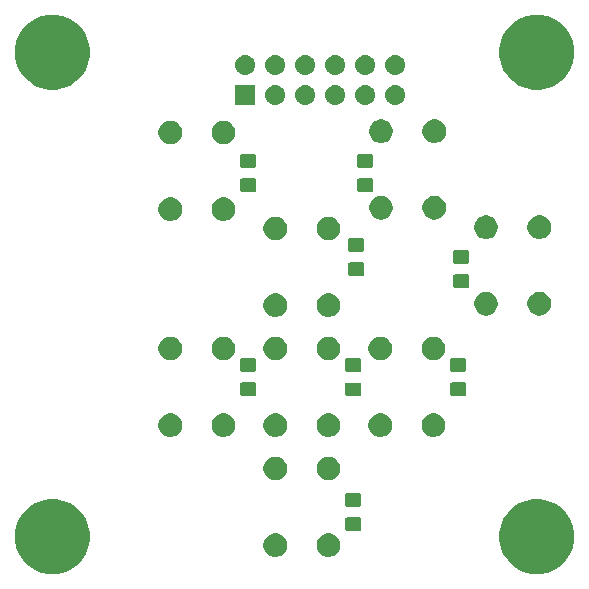
<source format=gts>
G04 #@! TF.GenerationSoftware,KiCad,Pcbnew,(5.0.2)-1*
G04 #@! TF.CreationDate,2019-09-26T13:37:58-04:00*
G04 #@! TF.ProjectId,JoyPad,4a6f7950-6164-42e6-9b69-6361645f7063,X1*
G04 #@! TF.SameCoordinates,Original*
G04 #@! TF.FileFunction,Soldermask,Top*
G04 #@! TF.FilePolarity,Negative*
%FSLAX46Y46*%
G04 Gerber Fmt 4.6, Leading zero omitted, Abs format (unit mm)*
G04 Created by KiCad (PCBNEW (5.0.2)-1) date 9/26/2019 1:37:58 PM*
%MOMM*%
%LPD*%
G01*
G04 APERTURE LIST*
%ADD10C,0.150000*%
G04 APERTURE END LIST*
D10*
G36*
X4926112Y-41947013D02*
X5503925Y-42186351D01*
X6023947Y-42533819D01*
X6466181Y-42976053D01*
X6813649Y-43496075D01*
X7052987Y-44073888D01*
X7175000Y-44687288D01*
X7175000Y-45312712D01*
X7052987Y-45926112D01*
X6813649Y-46503925D01*
X6466181Y-47023947D01*
X6023947Y-47466181D01*
X5503925Y-47813649D01*
X4926112Y-48052987D01*
X4312712Y-48175000D01*
X3687288Y-48175000D01*
X3073888Y-48052987D01*
X2496075Y-47813649D01*
X1976053Y-47466181D01*
X1533819Y-47023947D01*
X1186351Y-46503925D01*
X947013Y-45926112D01*
X825000Y-45312712D01*
X825000Y-44687288D01*
X947013Y-44073888D01*
X1186351Y-43496075D01*
X1533819Y-42976053D01*
X1976053Y-42533819D01*
X2496075Y-42186351D01*
X3073888Y-41947013D01*
X3687288Y-41825000D01*
X4312712Y-41825000D01*
X4926112Y-41947013D01*
X4926112Y-41947013D01*
G37*
G36*
X45926112Y-41947013D02*
X46503925Y-42186351D01*
X47023947Y-42533819D01*
X47466181Y-42976053D01*
X47813649Y-43496075D01*
X48052987Y-44073888D01*
X48175000Y-44687288D01*
X48175000Y-45312712D01*
X48052987Y-45926112D01*
X47813649Y-46503925D01*
X47466181Y-47023947D01*
X47023947Y-47466181D01*
X46503925Y-47813649D01*
X45926112Y-48052987D01*
X45312712Y-48175000D01*
X44687288Y-48175000D01*
X44073888Y-48052987D01*
X43496075Y-47813649D01*
X42976053Y-47466181D01*
X42533819Y-47023947D01*
X42186351Y-46503925D01*
X41947013Y-45926112D01*
X41825000Y-45312712D01*
X41825000Y-44687288D01*
X41947013Y-44073888D01*
X42186351Y-43496075D01*
X42533819Y-42976053D01*
X42976053Y-42533819D01*
X43496075Y-42186351D01*
X44073888Y-41947013D01*
X44687288Y-41825000D01*
X45312712Y-41825000D01*
X45926112Y-41947013D01*
X45926112Y-41947013D01*
G37*
G36*
X27535770Y-44735372D02*
X27651689Y-44758429D01*
X27833678Y-44833811D01*
X27997463Y-44943249D01*
X28136751Y-45082537D01*
X28246189Y-45246322D01*
X28321571Y-45428311D01*
X28360000Y-45621509D01*
X28360000Y-45818491D01*
X28321571Y-46011689D01*
X28246189Y-46193678D01*
X28136751Y-46357463D01*
X27997463Y-46496751D01*
X27833678Y-46606189D01*
X27651689Y-46681571D01*
X27535770Y-46704628D01*
X27458493Y-46720000D01*
X27261507Y-46720000D01*
X27184230Y-46704628D01*
X27068311Y-46681571D01*
X26886322Y-46606189D01*
X26722537Y-46496751D01*
X26583249Y-46357463D01*
X26473811Y-46193678D01*
X26398429Y-46011689D01*
X26360000Y-45818491D01*
X26360000Y-45621509D01*
X26398429Y-45428311D01*
X26473811Y-45246322D01*
X26583249Y-45082537D01*
X26722537Y-44943249D01*
X26886322Y-44833811D01*
X27068311Y-44758429D01*
X27184230Y-44735372D01*
X27261507Y-44720000D01*
X27458493Y-44720000D01*
X27535770Y-44735372D01*
X27535770Y-44735372D01*
G37*
G36*
X23035770Y-44735372D02*
X23151689Y-44758429D01*
X23333678Y-44833811D01*
X23497463Y-44943249D01*
X23636751Y-45082537D01*
X23746189Y-45246322D01*
X23821571Y-45428311D01*
X23860000Y-45621509D01*
X23860000Y-45818491D01*
X23821571Y-46011689D01*
X23746189Y-46193678D01*
X23636751Y-46357463D01*
X23497463Y-46496751D01*
X23333678Y-46606189D01*
X23151689Y-46681571D01*
X23035770Y-46704628D01*
X22958493Y-46720000D01*
X22761507Y-46720000D01*
X22684230Y-46704628D01*
X22568311Y-46681571D01*
X22386322Y-46606189D01*
X22222537Y-46496751D01*
X22083249Y-46357463D01*
X21973811Y-46193678D01*
X21898429Y-46011689D01*
X21860000Y-45818491D01*
X21860000Y-45621509D01*
X21898429Y-45428311D01*
X21973811Y-45246322D01*
X22083249Y-45082537D01*
X22222537Y-44943249D01*
X22386322Y-44833811D01*
X22568311Y-44758429D01*
X22684230Y-44735372D01*
X22761507Y-44720000D01*
X22958493Y-44720000D01*
X23035770Y-44735372D01*
X23035770Y-44735372D01*
G37*
G36*
X30019522Y-43380039D02*
X30053053Y-43390211D01*
X30083960Y-43406731D01*
X30111043Y-43428957D01*
X30133269Y-43456040D01*
X30149789Y-43486947D01*
X30159961Y-43520478D01*
X30164000Y-43561487D01*
X30164000Y-44340513D01*
X30159961Y-44381522D01*
X30149789Y-44415053D01*
X30133269Y-44445960D01*
X30111043Y-44473043D01*
X30083960Y-44495269D01*
X30053053Y-44511789D01*
X30019522Y-44521961D01*
X29978513Y-44526000D01*
X28949487Y-44526000D01*
X28908478Y-44521961D01*
X28874947Y-44511789D01*
X28844040Y-44495269D01*
X28816957Y-44473043D01*
X28794731Y-44445960D01*
X28778211Y-44415053D01*
X28768039Y-44381522D01*
X28764000Y-44340513D01*
X28764000Y-43561487D01*
X28768039Y-43520478D01*
X28778211Y-43486947D01*
X28794731Y-43456040D01*
X28816957Y-43428957D01*
X28844040Y-43406731D01*
X28874947Y-43390211D01*
X28908478Y-43380039D01*
X28949487Y-43376000D01*
X29978513Y-43376000D01*
X30019522Y-43380039D01*
X30019522Y-43380039D01*
G37*
G36*
X30019522Y-41330039D02*
X30053053Y-41340211D01*
X30083960Y-41356731D01*
X30111043Y-41378957D01*
X30133269Y-41406040D01*
X30149789Y-41436947D01*
X30159961Y-41470478D01*
X30164000Y-41511487D01*
X30164000Y-42290513D01*
X30159961Y-42331522D01*
X30149789Y-42365053D01*
X30133269Y-42395960D01*
X30111043Y-42423043D01*
X30083960Y-42445269D01*
X30053053Y-42461789D01*
X30019522Y-42471961D01*
X29978513Y-42476000D01*
X28949487Y-42476000D01*
X28908478Y-42471961D01*
X28874947Y-42461789D01*
X28844040Y-42445269D01*
X28816957Y-42423043D01*
X28794731Y-42395960D01*
X28778211Y-42365053D01*
X28768039Y-42331522D01*
X28764000Y-42290513D01*
X28764000Y-41511487D01*
X28768039Y-41470478D01*
X28778211Y-41436947D01*
X28794731Y-41406040D01*
X28816957Y-41378957D01*
X28844040Y-41356731D01*
X28874947Y-41340211D01*
X28908478Y-41330039D01*
X28949487Y-41326000D01*
X29978513Y-41326000D01*
X30019522Y-41330039D01*
X30019522Y-41330039D01*
G37*
G36*
X23035770Y-38235372D02*
X23151689Y-38258429D01*
X23333678Y-38333811D01*
X23497463Y-38443249D01*
X23636751Y-38582537D01*
X23746189Y-38746322D01*
X23821571Y-38928311D01*
X23860000Y-39121509D01*
X23860000Y-39318491D01*
X23821571Y-39511689D01*
X23746189Y-39693678D01*
X23636751Y-39857463D01*
X23497463Y-39996751D01*
X23333678Y-40106189D01*
X23151689Y-40181571D01*
X23035770Y-40204628D01*
X22958493Y-40220000D01*
X22761507Y-40220000D01*
X22684230Y-40204628D01*
X22568311Y-40181571D01*
X22386322Y-40106189D01*
X22222537Y-39996751D01*
X22083249Y-39857463D01*
X21973811Y-39693678D01*
X21898429Y-39511689D01*
X21860000Y-39318491D01*
X21860000Y-39121509D01*
X21898429Y-38928311D01*
X21973811Y-38746322D01*
X22083249Y-38582537D01*
X22222537Y-38443249D01*
X22386322Y-38333811D01*
X22568311Y-38258429D01*
X22684230Y-38235372D01*
X22761507Y-38220000D01*
X22958493Y-38220000D01*
X23035770Y-38235372D01*
X23035770Y-38235372D01*
G37*
G36*
X27535770Y-38235372D02*
X27651689Y-38258429D01*
X27833678Y-38333811D01*
X27997463Y-38443249D01*
X28136751Y-38582537D01*
X28246189Y-38746322D01*
X28321571Y-38928311D01*
X28360000Y-39121509D01*
X28360000Y-39318491D01*
X28321571Y-39511689D01*
X28246189Y-39693678D01*
X28136751Y-39857463D01*
X27997463Y-39996751D01*
X27833678Y-40106189D01*
X27651689Y-40181571D01*
X27535770Y-40204628D01*
X27458493Y-40220000D01*
X27261507Y-40220000D01*
X27184230Y-40204628D01*
X27068311Y-40181571D01*
X26886322Y-40106189D01*
X26722537Y-39996751D01*
X26583249Y-39857463D01*
X26473811Y-39693678D01*
X26398429Y-39511689D01*
X26360000Y-39318491D01*
X26360000Y-39121509D01*
X26398429Y-38928311D01*
X26473811Y-38746322D01*
X26583249Y-38582537D01*
X26722537Y-38443249D01*
X26886322Y-38333811D01*
X27068311Y-38258429D01*
X27184230Y-38235372D01*
X27261507Y-38220000D01*
X27458493Y-38220000D01*
X27535770Y-38235372D01*
X27535770Y-38235372D01*
G37*
G36*
X18645770Y-34575372D02*
X18761689Y-34598429D01*
X18943678Y-34673811D01*
X19107463Y-34783249D01*
X19246751Y-34922537D01*
X19356189Y-35086322D01*
X19431571Y-35268311D01*
X19470000Y-35461509D01*
X19470000Y-35658491D01*
X19431571Y-35851689D01*
X19356189Y-36033678D01*
X19246751Y-36197463D01*
X19107463Y-36336751D01*
X18943678Y-36446189D01*
X18761689Y-36521571D01*
X18645770Y-36544628D01*
X18568493Y-36560000D01*
X18371507Y-36560000D01*
X18294230Y-36544628D01*
X18178311Y-36521571D01*
X17996322Y-36446189D01*
X17832537Y-36336751D01*
X17693249Y-36197463D01*
X17583811Y-36033678D01*
X17508429Y-35851689D01*
X17470000Y-35658491D01*
X17470000Y-35461509D01*
X17508429Y-35268311D01*
X17583811Y-35086322D01*
X17693249Y-34922537D01*
X17832537Y-34783249D01*
X17996322Y-34673811D01*
X18178311Y-34598429D01*
X18294230Y-34575372D01*
X18371507Y-34560000D01*
X18568493Y-34560000D01*
X18645770Y-34575372D01*
X18645770Y-34575372D01*
G37*
G36*
X23035770Y-34575372D02*
X23151689Y-34598429D01*
X23333678Y-34673811D01*
X23497463Y-34783249D01*
X23636751Y-34922537D01*
X23746189Y-35086322D01*
X23821571Y-35268311D01*
X23860000Y-35461509D01*
X23860000Y-35658491D01*
X23821571Y-35851689D01*
X23746189Y-36033678D01*
X23636751Y-36197463D01*
X23497463Y-36336751D01*
X23333678Y-36446189D01*
X23151689Y-36521571D01*
X23035770Y-36544628D01*
X22958493Y-36560000D01*
X22761507Y-36560000D01*
X22684230Y-36544628D01*
X22568311Y-36521571D01*
X22386322Y-36446189D01*
X22222537Y-36336751D01*
X22083249Y-36197463D01*
X21973811Y-36033678D01*
X21898429Y-35851689D01*
X21860000Y-35658491D01*
X21860000Y-35461509D01*
X21898429Y-35268311D01*
X21973811Y-35086322D01*
X22083249Y-34922537D01*
X22222537Y-34783249D01*
X22386322Y-34673811D01*
X22568311Y-34598429D01*
X22684230Y-34575372D01*
X22761507Y-34560000D01*
X22958493Y-34560000D01*
X23035770Y-34575372D01*
X23035770Y-34575372D01*
G37*
G36*
X14145770Y-34575372D02*
X14261689Y-34598429D01*
X14443678Y-34673811D01*
X14607463Y-34783249D01*
X14746751Y-34922537D01*
X14856189Y-35086322D01*
X14931571Y-35268311D01*
X14970000Y-35461509D01*
X14970000Y-35658491D01*
X14931571Y-35851689D01*
X14856189Y-36033678D01*
X14746751Y-36197463D01*
X14607463Y-36336751D01*
X14443678Y-36446189D01*
X14261689Y-36521571D01*
X14145770Y-36544628D01*
X14068493Y-36560000D01*
X13871507Y-36560000D01*
X13794230Y-36544628D01*
X13678311Y-36521571D01*
X13496322Y-36446189D01*
X13332537Y-36336751D01*
X13193249Y-36197463D01*
X13083811Y-36033678D01*
X13008429Y-35851689D01*
X12970000Y-35658491D01*
X12970000Y-35461509D01*
X13008429Y-35268311D01*
X13083811Y-35086322D01*
X13193249Y-34922537D01*
X13332537Y-34783249D01*
X13496322Y-34673811D01*
X13678311Y-34598429D01*
X13794230Y-34575372D01*
X13871507Y-34560000D01*
X14068493Y-34560000D01*
X14145770Y-34575372D01*
X14145770Y-34575372D01*
G37*
G36*
X27535770Y-34575372D02*
X27651689Y-34598429D01*
X27833678Y-34673811D01*
X27997463Y-34783249D01*
X28136751Y-34922537D01*
X28246189Y-35086322D01*
X28321571Y-35268311D01*
X28360000Y-35461509D01*
X28360000Y-35658491D01*
X28321571Y-35851689D01*
X28246189Y-36033678D01*
X28136751Y-36197463D01*
X27997463Y-36336751D01*
X27833678Y-36446189D01*
X27651689Y-36521571D01*
X27535770Y-36544628D01*
X27458493Y-36560000D01*
X27261507Y-36560000D01*
X27184230Y-36544628D01*
X27068311Y-36521571D01*
X26886322Y-36446189D01*
X26722537Y-36336751D01*
X26583249Y-36197463D01*
X26473811Y-36033678D01*
X26398429Y-35851689D01*
X26360000Y-35658491D01*
X26360000Y-35461509D01*
X26398429Y-35268311D01*
X26473811Y-35086322D01*
X26583249Y-34922537D01*
X26722537Y-34783249D01*
X26886322Y-34673811D01*
X27068311Y-34598429D01*
X27184230Y-34575372D01*
X27261507Y-34560000D01*
X27458493Y-34560000D01*
X27535770Y-34575372D01*
X27535770Y-34575372D01*
G37*
G36*
X36425770Y-34575372D02*
X36541689Y-34598429D01*
X36723678Y-34673811D01*
X36887463Y-34783249D01*
X37026751Y-34922537D01*
X37136189Y-35086322D01*
X37211571Y-35268311D01*
X37250000Y-35461509D01*
X37250000Y-35658491D01*
X37211571Y-35851689D01*
X37136189Y-36033678D01*
X37026751Y-36197463D01*
X36887463Y-36336751D01*
X36723678Y-36446189D01*
X36541689Y-36521571D01*
X36425770Y-36544628D01*
X36348493Y-36560000D01*
X36151507Y-36560000D01*
X36074230Y-36544628D01*
X35958311Y-36521571D01*
X35776322Y-36446189D01*
X35612537Y-36336751D01*
X35473249Y-36197463D01*
X35363811Y-36033678D01*
X35288429Y-35851689D01*
X35250000Y-35658491D01*
X35250000Y-35461509D01*
X35288429Y-35268311D01*
X35363811Y-35086322D01*
X35473249Y-34922537D01*
X35612537Y-34783249D01*
X35776322Y-34673811D01*
X35958311Y-34598429D01*
X36074230Y-34575372D01*
X36151507Y-34560000D01*
X36348493Y-34560000D01*
X36425770Y-34575372D01*
X36425770Y-34575372D01*
G37*
G36*
X31925770Y-34575372D02*
X32041689Y-34598429D01*
X32223678Y-34673811D01*
X32387463Y-34783249D01*
X32526751Y-34922537D01*
X32636189Y-35086322D01*
X32711571Y-35268311D01*
X32750000Y-35461509D01*
X32750000Y-35658491D01*
X32711571Y-35851689D01*
X32636189Y-36033678D01*
X32526751Y-36197463D01*
X32387463Y-36336751D01*
X32223678Y-36446189D01*
X32041689Y-36521571D01*
X31925770Y-36544628D01*
X31848493Y-36560000D01*
X31651507Y-36560000D01*
X31574230Y-36544628D01*
X31458311Y-36521571D01*
X31276322Y-36446189D01*
X31112537Y-36336751D01*
X30973249Y-36197463D01*
X30863811Y-36033678D01*
X30788429Y-35851689D01*
X30750000Y-35658491D01*
X30750000Y-35461509D01*
X30788429Y-35268311D01*
X30863811Y-35086322D01*
X30973249Y-34922537D01*
X31112537Y-34783249D01*
X31276322Y-34673811D01*
X31458311Y-34598429D01*
X31574230Y-34575372D01*
X31651507Y-34560000D01*
X31848493Y-34560000D01*
X31925770Y-34575372D01*
X31925770Y-34575372D01*
G37*
G36*
X30019522Y-31959039D02*
X30053053Y-31969211D01*
X30083960Y-31985731D01*
X30111043Y-32007957D01*
X30133269Y-32035040D01*
X30149789Y-32065947D01*
X30159961Y-32099478D01*
X30164000Y-32140487D01*
X30164000Y-32919513D01*
X30159961Y-32960522D01*
X30149789Y-32994053D01*
X30133269Y-33024960D01*
X30111043Y-33052043D01*
X30083960Y-33074269D01*
X30053053Y-33090789D01*
X30019522Y-33100961D01*
X29978513Y-33105000D01*
X28949487Y-33105000D01*
X28908478Y-33100961D01*
X28874947Y-33090789D01*
X28844040Y-33074269D01*
X28816957Y-33052043D01*
X28794731Y-33024960D01*
X28778211Y-32994053D01*
X28768039Y-32960522D01*
X28764000Y-32919513D01*
X28764000Y-32140487D01*
X28768039Y-32099478D01*
X28778211Y-32065947D01*
X28794731Y-32035040D01*
X28816957Y-32007957D01*
X28844040Y-31985731D01*
X28874947Y-31969211D01*
X28908478Y-31959039D01*
X28949487Y-31955000D01*
X29978513Y-31955000D01*
X30019522Y-31959039D01*
X30019522Y-31959039D01*
G37*
G36*
X21129522Y-31950039D02*
X21163053Y-31960211D01*
X21193960Y-31976731D01*
X21221043Y-31998957D01*
X21243269Y-32026040D01*
X21259789Y-32056947D01*
X21269961Y-32090478D01*
X21274000Y-32131487D01*
X21274000Y-32910513D01*
X21269961Y-32951522D01*
X21259789Y-32985053D01*
X21243269Y-33015960D01*
X21221043Y-33043043D01*
X21193960Y-33065269D01*
X21163053Y-33081789D01*
X21129522Y-33091961D01*
X21088513Y-33096000D01*
X20059487Y-33096000D01*
X20018478Y-33091961D01*
X19984947Y-33081789D01*
X19954040Y-33065269D01*
X19926957Y-33043043D01*
X19904731Y-33015960D01*
X19888211Y-32985053D01*
X19878039Y-32951522D01*
X19874000Y-32910513D01*
X19874000Y-32131487D01*
X19878039Y-32090478D01*
X19888211Y-32056947D01*
X19904731Y-32026040D01*
X19926957Y-31998957D01*
X19954040Y-31976731D01*
X19984947Y-31960211D01*
X20018478Y-31950039D01*
X20059487Y-31946000D01*
X21088513Y-31946000D01*
X21129522Y-31950039D01*
X21129522Y-31950039D01*
G37*
G36*
X38909522Y-31950039D02*
X38943053Y-31960211D01*
X38973960Y-31976731D01*
X39001043Y-31998957D01*
X39023269Y-32026040D01*
X39039789Y-32056947D01*
X39049961Y-32090478D01*
X39054000Y-32131487D01*
X39054000Y-32910513D01*
X39049961Y-32951522D01*
X39039789Y-32985053D01*
X39023269Y-33015960D01*
X39001043Y-33043043D01*
X38973960Y-33065269D01*
X38943053Y-33081789D01*
X38909522Y-33091961D01*
X38868513Y-33096000D01*
X37839487Y-33096000D01*
X37798478Y-33091961D01*
X37764947Y-33081789D01*
X37734040Y-33065269D01*
X37706957Y-33043043D01*
X37684731Y-33015960D01*
X37668211Y-32985053D01*
X37658039Y-32951522D01*
X37654000Y-32910513D01*
X37654000Y-32131487D01*
X37658039Y-32090478D01*
X37668211Y-32056947D01*
X37684731Y-32026040D01*
X37706957Y-31998957D01*
X37734040Y-31976731D01*
X37764947Y-31960211D01*
X37798478Y-31950039D01*
X37839487Y-31946000D01*
X38868513Y-31946000D01*
X38909522Y-31950039D01*
X38909522Y-31950039D01*
G37*
G36*
X30019522Y-29909039D02*
X30053053Y-29919211D01*
X30083960Y-29935731D01*
X30111043Y-29957957D01*
X30133269Y-29985040D01*
X30149789Y-30015947D01*
X30159961Y-30049478D01*
X30164000Y-30090487D01*
X30164000Y-30869513D01*
X30159961Y-30910522D01*
X30149789Y-30944053D01*
X30133269Y-30974960D01*
X30111043Y-31002043D01*
X30083960Y-31024269D01*
X30053053Y-31040789D01*
X30019522Y-31050961D01*
X29978513Y-31055000D01*
X28949487Y-31055000D01*
X28908478Y-31050961D01*
X28874947Y-31040789D01*
X28844040Y-31024269D01*
X28816957Y-31002043D01*
X28794731Y-30974960D01*
X28778211Y-30944053D01*
X28768039Y-30910522D01*
X28764000Y-30869513D01*
X28764000Y-30090487D01*
X28768039Y-30049478D01*
X28778211Y-30015947D01*
X28794731Y-29985040D01*
X28816957Y-29957957D01*
X28844040Y-29935731D01*
X28874947Y-29919211D01*
X28908478Y-29909039D01*
X28949487Y-29905000D01*
X29978513Y-29905000D01*
X30019522Y-29909039D01*
X30019522Y-29909039D01*
G37*
G36*
X38909522Y-29900039D02*
X38943053Y-29910211D01*
X38973960Y-29926731D01*
X39001043Y-29948957D01*
X39023269Y-29976040D01*
X39039789Y-30006947D01*
X39049961Y-30040478D01*
X39054000Y-30081487D01*
X39054000Y-30860513D01*
X39049961Y-30901522D01*
X39039789Y-30935053D01*
X39023269Y-30965960D01*
X39001043Y-30993043D01*
X38973960Y-31015269D01*
X38943053Y-31031789D01*
X38909522Y-31041961D01*
X38868513Y-31046000D01*
X37839487Y-31046000D01*
X37798478Y-31041961D01*
X37764947Y-31031789D01*
X37734040Y-31015269D01*
X37706957Y-30993043D01*
X37684731Y-30965960D01*
X37668211Y-30935053D01*
X37658039Y-30901522D01*
X37654000Y-30860513D01*
X37654000Y-30081487D01*
X37658039Y-30040478D01*
X37668211Y-30006947D01*
X37684731Y-29976040D01*
X37706957Y-29948957D01*
X37734040Y-29926731D01*
X37764947Y-29910211D01*
X37798478Y-29900039D01*
X37839487Y-29896000D01*
X38868513Y-29896000D01*
X38909522Y-29900039D01*
X38909522Y-29900039D01*
G37*
G36*
X21129522Y-29900039D02*
X21163053Y-29910211D01*
X21193960Y-29926731D01*
X21221043Y-29948957D01*
X21243269Y-29976040D01*
X21259789Y-30006947D01*
X21269961Y-30040478D01*
X21274000Y-30081487D01*
X21274000Y-30860513D01*
X21269961Y-30901522D01*
X21259789Y-30935053D01*
X21243269Y-30965960D01*
X21221043Y-30993043D01*
X21193960Y-31015269D01*
X21163053Y-31031789D01*
X21129522Y-31041961D01*
X21088513Y-31046000D01*
X20059487Y-31046000D01*
X20018478Y-31041961D01*
X19984947Y-31031789D01*
X19954040Y-31015269D01*
X19926957Y-30993043D01*
X19904731Y-30965960D01*
X19888211Y-30935053D01*
X19878039Y-30901522D01*
X19874000Y-30860513D01*
X19874000Y-30081487D01*
X19878039Y-30040478D01*
X19888211Y-30006947D01*
X19904731Y-29976040D01*
X19926957Y-29948957D01*
X19954040Y-29926731D01*
X19984947Y-29910211D01*
X20018478Y-29900039D01*
X20059487Y-29896000D01*
X21088513Y-29896000D01*
X21129522Y-29900039D01*
X21129522Y-29900039D01*
G37*
G36*
X18645770Y-28075372D02*
X18761689Y-28098429D01*
X18943678Y-28173811D01*
X19107463Y-28283249D01*
X19246751Y-28422537D01*
X19356189Y-28586322D01*
X19431571Y-28768311D01*
X19470000Y-28961509D01*
X19470000Y-29158491D01*
X19431571Y-29351689D01*
X19356189Y-29533678D01*
X19246751Y-29697463D01*
X19107463Y-29836751D01*
X18943678Y-29946189D01*
X18761689Y-30021571D01*
X18645770Y-30044628D01*
X18568493Y-30060000D01*
X18371507Y-30060000D01*
X18294230Y-30044628D01*
X18178311Y-30021571D01*
X17996322Y-29946189D01*
X17832537Y-29836751D01*
X17693249Y-29697463D01*
X17583811Y-29533678D01*
X17508429Y-29351689D01*
X17470000Y-29158491D01*
X17470000Y-28961509D01*
X17508429Y-28768311D01*
X17583811Y-28586322D01*
X17693249Y-28422537D01*
X17832537Y-28283249D01*
X17996322Y-28173811D01*
X18178311Y-28098429D01*
X18294230Y-28075372D01*
X18371507Y-28060000D01*
X18568493Y-28060000D01*
X18645770Y-28075372D01*
X18645770Y-28075372D01*
G37*
G36*
X14145770Y-28075372D02*
X14261689Y-28098429D01*
X14443678Y-28173811D01*
X14607463Y-28283249D01*
X14746751Y-28422537D01*
X14856189Y-28586322D01*
X14931571Y-28768311D01*
X14970000Y-28961509D01*
X14970000Y-29158491D01*
X14931571Y-29351689D01*
X14856189Y-29533678D01*
X14746751Y-29697463D01*
X14607463Y-29836751D01*
X14443678Y-29946189D01*
X14261689Y-30021571D01*
X14145770Y-30044628D01*
X14068493Y-30060000D01*
X13871507Y-30060000D01*
X13794230Y-30044628D01*
X13678311Y-30021571D01*
X13496322Y-29946189D01*
X13332537Y-29836751D01*
X13193249Y-29697463D01*
X13083811Y-29533678D01*
X13008429Y-29351689D01*
X12970000Y-29158491D01*
X12970000Y-28961509D01*
X13008429Y-28768311D01*
X13083811Y-28586322D01*
X13193249Y-28422537D01*
X13332537Y-28283249D01*
X13496322Y-28173811D01*
X13678311Y-28098429D01*
X13794230Y-28075372D01*
X13871507Y-28060000D01*
X14068493Y-28060000D01*
X14145770Y-28075372D01*
X14145770Y-28075372D01*
G37*
G36*
X23035770Y-28075372D02*
X23151689Y-28098429D01*
X23333678Y-28173811D01*
X23497463Y-28283249D01*
X23636751Y-28422537D01*
X23746189Y-28586322D01*
X23821571Y-28768311D01*
X23860000Y-28961509D01*
X23860000Y-29158491D01*
X23821571Y-29351689D01*
X23746189Y-29533678D01*
X23636751Y-29697463D01*
X23497463Y-29836751D01*
X23333678Y-29946189D01*
X23151689Y-30021571D01*
X23035770Y-30044628D01*
X22958493Y-30060000D01*
X22761507Y-30060000D01*
X22684230Y-30044628D01*
X22568311Y-30021571D01*
X22386322Y-29946189D01*
X22222537Y-29836751D01*
X22083249Y-29697463D01*
X21973811Y-29533678D01*
X21898429Y-29351689D01*
X21860000Y-29158491D01*
X21860000Y-28961509D01*
X21898429Y-28768311D01*
X21973811Y-28586322D01*
X22083249Y-28422537D01*
X22222537Y-28283249D01*
X22386322Y-28173811D01*
X22568311Y-28098429D01*
X22684230Y-28075372D01*
X22761507Y-28060000D01*
X22958493Y-28060000D01*
X23035770Y-28075372D01*
X23035770Y-28075372D01*
G37*
G36*
X27535770Y-28075372D02*
X27651689Y-28098429D01*
X27833678Y-28173811D01*
X27997463Y-28283249D01*
X28136751Y-28422537D01*
X28246189Y-28586322D01*
X28321571Y-28768311D01*
X28360000Y-28961509D01*
X28360000Y-29158491D01*
X28321571Y-29351689D01*
X28246189Y-29533678D01*
X28136751Y-29697463D01*
X27997463Y-29836751D01*
X27833678Y-29946189D01*
X27651689Y-30021571D01*
X27535770Y-30044628D01*
X27458493Y-30060000D01*
X27261507Y-30060000D01*
X27184230Y-30044628D01*
X27068311Y-30021571D01*
X26886322Y-29946189D01*
X26722537Y-29836751D01*
X26583249Y-29697463D01*
X26473811Y-29533678D01*
X26398429Y-29351689D01*
X26360000Y-29158491D01*
X26360000Y-28961509D01*
X26398429Y-28768311D01*
X26473811Y-28586322D01*
X26583249Y-28422537D01*
X26722537Y-28283249D01*
X26886322Y-28173811D01*
X27068311Y-28098429D01*
X27184230Y-28075372D01*
X27261507Y-28060000D01*
X27458493Y-28060000D01*
X27535770Y-28075372D01*
X27535770Y-28075372D01*
G37*
G36*
X36425770Y-28075372D02*
X36541689Y-28098429D01*
X36723678Y-28173811D01*
X36887463Y-28283249D01*
X37026751Y-28422537D01*
X37136189Y-28586322D01*
X37211571Y-28768311D01*
X37250000Y-28961509D01*
X37250000Y-29158491D01*
X37211571Y-29351689D01*
X37136189Y-29533678D01*
X37026751Y-29697463D01*
X36887463Y-29836751D01*
X36723678Y-29946189D01*
X36541689Y-30021571D01*
X36425770Y-30044628D01*
X36348493Y-30060000D01*
X36151507Y-30060000D01*
X36074230Y-30044628D01*
X35958311Y-30021571D01*
X35776322Y-29946189D01*
X35612537Y-29836751D01*
X35473249Y-29697463D01*
X35363811Y-29533678D01*
X35288429Y-29351689D01*
X35250000Y-29158491D01*
X35250000Y-28961509D01*
X35288429Y-28768311D01*
X35363811Y-28586322D01*
X35473249Y-28422537D01*
X35612537Y-28283249D01*
X35776322Y-28173811D01*
X35958311Y-28098429D01*
X36074230Y-28075372D01*
X36151507Y-28060000D01*
X36348493Y-28060000D01*
X36425770Y-28075372D01*
X36425770Y-28075372D01*
G37*
G36*
X31925770Y-28075372D02*
X32041689Y-28098429D01*
X32223678Y-28173811D01*
X32387463Y-28283249D01*
X32526751Y-28422537D01*
X32636189Y-28586322D01*
X32711571Y-28768311D01*
X32750000Y-28961509D01*
X32750000Y-29158491D01*
X32711571Y-29351689D01*
X32636189Y-29533678D01*
X32526751Y-29697463D01*
X32387463Y-29836751D01*
X32223678Y-29946189D01*
X32041689Y-30021571D01*
X31925770Y-30044628D01*
X31848493Y-30060000D01*
X31651507Y-30060000D01*
X31574230Y-30044628D01*
X31458311Y-30021571D01*
X31276322Y-29946189D01*
X31112537Y-29836751D01*
X30973249Y-29697463D01*
X30863811Y-29533678D01*
X30788429Y-29351689D01*
X30750000Y-29158491D01*
X30750000Y-28961509D01*
X30788429Y-28768311D01*
X30863811Y-28586322D01*
X30973249Y-28422537D01*
X31112537Y-28283249D01*
X31276322Y-28173811D01*
X31458311Y-28098429D01*
X31574230Y-28075372D01*
X31651507Y-28060000D01*
X31848493Y-28060000D01*
X31925770Y-28075372D01*
X31925770Y-28075372D01*
G37*
G36*
X23035770Y-24415372D02*
X23151689Y-24438429D01*
X23333678Y-24513811D01*
X23497463Y-24623249D01*
X23636751Y-24762537D01*
X23746189Y-24926322D01*
X23821571Y-25108311D01*
X23860000Y-25301509D01*
X23860000Y-25498491D01*
X23821571Y-25691689D01*
X23746189Y-25873678D01*
X23636751Y-26037463D01*
X23497463Y-26176751D01*
X23333678Y-26286189D01*
X23151689Y-26361571D01*
X23035770Y-26384628D01*
X22958493Y-26400000D01*
X22761507Y-26400000D01*
X22684230Y-26384628D01*
X22568311Y-26361571D01*
X22386322Y-26286189D01*
X22222537Y-26176751D01*
X22083249Y-26037463D01*
X21973811Y-25873678D01*
X21898429Y-25691689D01*
X21860000Y-25498491D01*
X21860000Y-25301509D01*
X21898429Y-25108311D01*
X21973811Y-24926322D01*
X22083249Y-24762537D01*
X22222537Y-24623249D01*
X22386322Y-24513811D01*
X22568311Y-24438429D01*
X22684230Y-24415372D01*
X22761507Y-24400000D01*
X22958493Y-24400000D01*
X23035770Y-24415372D01*
X23035770Y-24415372D01*
G37*
G36*
X27535770Y-24415372D02*
X27651689Y-24438429D01*
X27833678Y-24513811D01*
X27997463Y-24623249D01*
X28136751Y-24762537D01*
X28246189Y-24926322D01*
X28321571Y-25108311D01*
X28360000Y-25301509D01*
X28360000Y-25498491D01*
X28321571Y-25691689D01*
X28246189Y-25873678D01*
X28136751Y-26037463D01*
X27997463Y-26176751D01*
X27833678Y-26286189D01*
X27651689Y-26361571D01*
X27535770Y-26384628D01*
X27458493Y-26400000D01*
X27261507Y-26400000D01*
X27184230Y-26384628D01*
X27068311Y-26361571D01*
X26886322Y-26286189D01*
X26722537Y-26176751D01*
X26583249Y-26037463D01*
X26473811Y-25873678D01*
X26398429Y-25691689D01*
X26360000Y-25498491D01*
X26360000Y-25301509D01*
X26398429Y-25108311D01*
X26473811Y-24926322D01*
X26583249Y-24762537D01*
X26722537Y-24623249D01*
X26886322Y-24513811D01*
X27068311Y-24438429D01*
X27184230Y-24415372D01*
X27261507Y-24400000D01*
X27458493Y-24400000D01*
X27535770Y-24415372D01*
X27535770Y-24415372D01*
G37*
G36*
X40887770Y-24311372D02*
X41003689Y-24334429D01*
X41185678Y-24409811D01*
X41349463Y-24519249D01*
X41488751Y-24658537D01*
X41598189Y-24822322D01*
X41673571Y-25004311D01*
X41712000Y-25197509D01*
X41712000Y-25394491D01*
X41673571Y-25587689D01*
X41598189Y-25769678D01*
X41488751Y-25933463D01*
X41349463Y-26072751D01*
X41185678Y-26182189D01*
X41003689Y-26257571D01*
X40887770Y-26280628D01*
X40810493Y-26296000D01*
X40613507Y-26296000D01*
X40536230Y-26280628D01*
X40420311Y-26257571D01*
X40238322Y-26182189D01*
X40074537Y-26072751D01*
X39935249Y-25933463D01*
X39825811Y-25769678D01*
X39750429Y-25587689D01*
X39712000Y-25394491D01*
X39712000Y-25197509D01*
X39750429Y-25004311D01*
X39825811Y-24822322D01*
X39935249Y-24658537D01*
X40074537Y-24519249D01*
X40238322Y-24409811D01*
X40420311Y-24334429D01*
X40536230Y-24311372D01*
X40613507Y-24296000D01*
X40810493Y-24296000D01*
X40887770Y-24311372D01*
X40887770Y-24311372D01*
G37*
G36*
X45387770Y-24311372D02*
X45503689Y-24334429D01*
X45685678Y-24409811D01*
X45849463Y-24519249D01*
X45988751Y-24658537D01*
X46098189Y-24822322D01*
X46173571Y-25004311D01*
X46212000Y-25197509D01*
X46212000Y-25394491D01*
X46173571Y-25587689D01*
X46098189Y-25769678D01*
X45988751Y-25933463D01*
X45849463Y-26072751D01*
X45685678Y-26182189D01*
X45503689Y-26257571D01*
X45387770Y-26280628D01*
X45310493Y-26296000D01*
X45113507Y-26296000D01*
X45036230Y-26280628D01*
X44920311Y-26257571D01*
X44738322Y-26182189D01*
X44574537Y-26072751D01*
X44435249Y-25933463D01*
X44325811Y-25769678D01*
X44250429Y-25587689D01*
X44212000Y-25394491D01*
X44212000Y-25197509D01*
X44250429Y-25004311D01*
X44325811Y-24822322D01*
X44435249Y-24658537D01*
X44574537Y-24519249D01*
X44738322Y-24409811D01*
X44920311Y-24334429D01*
X45036230Y-24311372D01*
X45113507Y-24296000D01*
X45310493Y-24296000D01*
X45387770Y-24311372D01*
X45387770Y-24311372D01*
G37*
G36*
X39163522Y-22806039D02*
X39197053Y-22816211D01*
X39227960Y-22832731D01*
X39255043Y-22854957D01*
X39277269Y-22882040D01*
X39293789Y-22912947D01*
X39303961Y-22946478D01*
X39308000Y-22987487D01*
X39308000Y-23766513D01*
X39303961Y-23807522D01*
X39293789Y-23841053D01*
X39277269Y-23871960D01*
X39255043Y-23899043D01*
X39227960Y-23921269D01*
X39197053Y-23937789D01*
X39163522Y-23947961D01*
X39122513Y-23952000D01*
X38093487Y-23952000D01*
X38052478Y-23947961D01*
X38018947Y-23937789D01*
X37988040Y-23921269D01*
X37960957Y-23899043D01*
X37938731Y-23871960D01*
X37922211Y-23841053D01*
X37912039Y-23807522D01*
X37908000Y-23766513D01*
X37908000Y-22987487D01*
X37912039Y-22946478D01*
X37922211Y-22912947D01*
X37938731Y-22882040D01*
X37960957Y-22854957D01*
X37988040Y-22832731D01*
X38018947Y-22816211D01*
X38052478Y-22806039D01*
X38093487Y-22802000D01*
X39122513Y-22802000D01*
X39163522Y-22806039D01*
X39163522Y-22806039D01*
G37*
G36*
X30273522Y-21790039D02*
X30307053Y-21800211D01*
X30337960Y-21816731D01*
X30365043Y-21838957D01*
X30387269Y-21866040D01*
X30403789Y-21896947D01*
X30413961Y-21930478D01*
X30418000Y-21971487D01*
X30418000Y-22750513D01*
X30413961Y-22791522D01*
X30403789Y-22825053D01*
X30387269Y-22855960D01*
X30365043Y-22883043D01*
X30337960Y-22905269D01*
X30307053Y-22921789D01*
X30273522Y-22931961D01*
X30232513Y-22936000D01*
X29203487Y-22936000D01*
X29162478Y-22931961D01*
X29128947Y-22921789D01*
X29098040Y-22905269D01*
X29070957Y-22883043D01*
X29048731Y-22855960D01*
X29032211Y-22825053D01*
X29022039Y-22791522D01*
X29018000Y-22750513D01*
X29018000Y-21971487D01*
X29022039Y-21930478D01*
X29032211Y-21896947D01*
X29048731Y-21866040D01*
X29070957Y-21838957D01*
X29098040Y-21816731D01*
X29128947Y-21800211D01*
X29162478Y-21790039D01*
X29203487Y-21786000D01*
X30232513Y-21786000D01*
X30273522Y-21790039D01*
X30273522Y-21790039D01*
G37*
G36*
X39163522Y-20756039D02*
X39197053Y-20766211D01*
X39227960Y-20782731D01*
X39255043Y-20804957D01*
X39277269Y-20832040D01*
X39293789Y-20862947D01*
X39303961Y-20896478D01*
X39308000Y-20937487D01*
X39308000Y-21716513D01*
X39303961Y-21757522D01*
X39293789Y-21791053D01*
X39277269Y-21821960D01*
X39255043Y-21849043D01*
X39227960Y-21871269D01*
X39197053Y-21887789D01*
X39163522Y-21897961D01*
X39122513Y-21902000D01*
X38093487Y-21902000D01*
X38052478Y-21897961D01*
X38018947Y-21887789D01*
X37988040Y-21871269D01*
X37960957Y-21849043D01*
X37938731Y-21821960D01*
X37922211Y-21791053D01*
X37912039Y-21757522D01*
X37908000Y-21716513D01*
X37908000Y-20937487D01*
X37912039Y-20896478D01*
X37922211Y-20862947D01*
X37938731Y-20832040D01*
X37960957Y-20804957D01*
X37988040Y-20782731D01*
X38018947Y-20766211D01*
X38052478Y-20756039D01*
X38093487Y-20752000D01*
X39122513Y-20752000D01*
X39163522Y-20756039D01*
X39163522Y-20756039D01*
G37*
G36*
X30273522Y-19740039D02*
X30307053Y-19750211D01*
X30337960Y-19766731D01*
X30365043Y-19788957D01*
X30387269Y-19816040D01*
X30403789Y-19846947D01*
X30413961Y-19880478D01*
X30418000Y-19921487D01*
X30418000Y-20700513D01*
X30413961Y-20741522D01*
X30403789Y-20775053D01*
X30387269Y-20805960D01*
X30365043Y-20833043D01*
X30337960Y-20855269D01*
X30307053Y-20871789D01*
X30273522Y-20881961D01*
X30232513Y-20886000D01*
X29203487Y-20886000D01*
X29162478Y-20881961D01*
X29128947Y-20871789D01*
X29098040Y-20855269D01*
X29070957Y-20833043D01*
X29048731Y-20805960D01*
X29032211Y-20775053D01*
X29022039Y-20741522D01*
X29018000Y-20700513D01*
X29018000Y-19921487D01*
X29022039Y-19880478D01*
X29032211Y-19846947D01*
X29048731Y-19816040D01*
X29070957Y-19788957D01*
X29098040Y-19766731D01*
X29128947Y-19750211D01*
X29162478Y-19740039D01*
X29203487Y-19736000D01*
X30232513Y-19736000D01*
X30273522Y-19740039D01*
X30273522Y-19740039D01*
G37*
G36*
X23035770Y-17915372D02*
X23151689Y-17938429D01*
X23333678Y-18013811D01*
X23497463Y-18123249D01*
X23636751Y-18262537D01*
X23746189Y-18426322D01*
X23821571Y-18608311D01*
X23860000Y-18801509D01*
X23860000Y-18998491D01*
X23821571Y-19191689D01*
X23746189Y-19373678D01*
X23636751Y-19537463D01*
X23497463Y-19676751D01*
X23333678Y-19786189D01*
X23151689Y-19861571D01*
X23035770Y-19884628D01*
X22958493Y-19900000D01*
X22761507Y-19900000D01*
X22684230Y-19884628D01*
X22568311Y-19861571D01*
X22386322Y-19786189D01*
X22222537Y-19676751D01*
X22083249Y-19537463D01*
X21973811Y-19373678D01*
X21898429Y-19191689D01*
X21860000Y-18998491D01*
X21860000Y-18801509D01*
X21898429Y-18608311D01*
X21973811Y-18426322D01*
X22083249Y-18262537D01*
X22222537Y-18123249D01*
X22386322Y-18013811D01*
X22568311Y-17938429D01*
X22684230Y-17915372D01*
X22761507Y-17900000D01*
X22958493Y-17900000D01*
X23035770Y-17915372D01*
X23035770Y-17915372D01*
G37*
G36*
X27535770Y-17915372D02*
X27651689Y-17938429D01*
X27833678Y-18013811D01*
X27997463Y-18123249D01*
X28136751Y-18262537D01*
X28246189Y-18426322D01*
X28321571Y-18608311D01*
X28360000Y-18801509D01*
X28360000Y-18998491D01*
X28321571Y-19191689D01*
X28246189Y-19373678D01*
X28136751Y-19537463D01*
X27997463Y-19676751D01*
X27833678Y-19786189D01*
X27651689Y-19861571D01*
X27535770Y-19884628D01*
X27458493Y-19900000D01*
X27261507Y-19900000D01*
X27184230Y-19884628D01*
X27068311Y-19861571D01*
X26886322Y-19786189D01*
X26722537Y-19676751D01*
X26583249Y-19537463D01*
X26473811Y-19373678D01*
X26398429Y-19191689D01*
X26360000Y-18998491D01*
X26360000Y-18801509D01*
X26398429Y-18608311D01*
X26473811Y-18426322D01*
X26583249Y-18262537D01*
X26722537Y-18123249D01*
X26886322Y-18013811D01*
X27068311Y-17938429D01*
X27184230Y-17915372D01*
X27261507Y-17900000D01*
X27458493Y-17900000D01*
X27535770Y-17915372D01*
X27535770Y-17915372D01*
G37*
G36*
X45387770Y-17811372D02*
X45503689Y-17834429D01*
X45685678Y-17909811D01*
X45849463Y-18019249D01*
X45988751Y-18158537D01*
X46098189Y-18322322D01*
X46173571Y-18504311D01*
X46212000Y-18697509D01*
X46212000Y-18894491D01*
X46173571Y-19087689D01*
X46098189Y-19269678D01*
X45988751Y-19433463D01*
X45849463Y-19572751D01*
X45685678Y-19682189D01*
X45503689Y-19757571D01*
X45387770Y-19780628D01*
X45310493Y-19796000D01*
X45113507Y-19796000D01*
X45036230Y-19780628D01*
X44920311Y-19757571D01*
X44738322Y-19682189D01*
X44574537Y-19572751D01*
X44435249Y-19433463D01*
X44325811Y-19269678D01*
X44250429Y-19087689D01*
X44212000Y-18894491D01*
X44212000Y-18697509D01*
X44250429Y-18504311D01*
X44325811Y-18322322D01*
X44435249Y-18158537D01*
X44574537Y-18019249D01*
X44738322Y-17909811D01*
X44920311Y-17834429D01*
X45036230Y-17811372D01*
X45113507Y-17796000D01*
X45310493Y-17796000D01*
X45387770Y-17811372D01*
X45387770Y-17811372D01*
G37*
G36*
X40887770Y-17811372D02*
X41003689Y-17834429D01*
X41185678Y-17909811D01*
X41349463Y-18019249D01*
X41488751Y-18158537D01*
X41598189Y-18322322D01*
X41673571Y-18504311D01*
X41712000Y-18697509D01*
X41712000Y-18894491D01*
X41673571Y-19087689D01*
X41598189Y-19269678D01*
X41488751Y-19433463D01*
X41349463Y-19572751D01*
X41185678Y-19682189D01*
X41003689Y-19757571D01*
X40887770Y-19780628D01*
X40810493Y-19796000D01*
X40613507Y-19796000D01*
X40536230Y-19780628D01*
X40420311Y-19757571D01*
X40238322Y-19682189D01*
X40074537Y-19572751D01*
X39935249Y-19433463D01*
X39825811Y-19269678D01*
X39750429Y-19087689D01*
X39712000Y-18894491D01*
X39712000Y-18697509D01*
X39750429Y-18504311D01*
X39825811Y-18322322D01*
X39935249Y-18158537D01*
X40074537Y-18019249D01*
X40238322Y-17909811D01*
X40420311Y-17834429D01*
X40536230Y-17811372D01*
X40613507Y-17796000D01*
X40810493Y-17796000D01*
X40887770Y-17811372D01*
X40887770Y-17811372D01*
G37*
G36*
X14145770Y-16287372D02*
X14261689Y-16310429D01*
X14443678Y-16385811D01*
X14607463Y-16495249D01*
X14746751Y-16634537D01*
X14856189Y-16798322D01*
X14931571Y-16980311D01*
X14970000Y-17173509D01*
X14970000Y-17370491D01*
X14931571Y-17563689D01*
X14856189Y-17745678D01*
X14746751Y-17909463D01*
X14607463Y-18048751D01*
X14443678Y-18158189D01*
X14261689Y-18233571D01*
X14145770Y-18256628D01*
X14068493Y-18272000D01*
X13871507Y-18272000D01*
X13794230Y-18256628D01*
X13678311Y-18233571D01*
X13496322Y-18158189D01*
X13332537Y-18048751D01*
X13193249Y-17909463D01*
X13083811Y-17745678D01*
X13008429Y-17563689D01*
X12970000Y-17370491D01*
X12970000Y-17173509D01*
X13008429Y-16980311D01*
X13083811Y-16798322D01*
X13193249Y-16634537D01*
X13332537Y-16495249D01*
X13496322Y-16385811D01*
X13678311Y-16310429D01*
X13794230Y-16287372D01*
X13871507Y-16272000D01*
X14068493Y-16272000D01*
X14145770Y-16287372D01*
X14145770Y-16287372D01*
G37*
G36*
X18645770Y-16287372D02*
X18761689Y-16310429D01*
X18943678Y-16385811D01*
X19107463Y-16495249D01*
X19246751Y-16634537D01*
X19356189Y-16798322D01*
X19431571Y-16980311D01*
X19470000Y-17173509D01*
X19470000Y-17370491D01*
X19431571Y-17563689D01*
X19356189Y-17745678D01*
X19246751Y-17909463D01*
X19107463Y-18048751D01*
X18943678Y-18158189D01*
X18761689Y-18233571D01*
X18645770Y-18256628D01*
X18568493Y-18272000D01*
X18371507Y-18272000D01*
X18294230Y-18256628D01*
X18178311Y-18233571D01*
X17996322Y-18158189D01*
X17832537Y-18048751D01*
X17693249Y-17909463D01*
X17583811Y-17745678D01*
X17508429Y-17563689D01*
X17470000Y-17370491D01*
X17470000Y-17173509D01*
X17508429Y-16980311D01*
X17583811Y-16798322D01*
X17693249Y-16634537D01*
X17832537Y-16495249D01*
X17996322Y-16385811D01*
X18178311Y-16310429D01*
X18294230Y-16287372D01*
X18371507Y-16272000D01*
X18568493Y-16272000D01*
X18645770Y-16287372D01*
X18645770Y-16287372D01*
G37*
G36*
X36497770Y-16183372D02*
X36613689Y-16206429D01*
X36795678Y-16281811D01*
X36959463Y-16391249D01*
X37098751Y-16530537D01*
X37208189Y-16694322D01*
X37283571Y-16876311D01*
X37322000Y-17069509D01*
X37322000Y-17266491D01*
X37283571Y-17459689D01*
X37208189Y-17641678D01*
X37098751Y-17805463D01*
X36959463Y-17944751D01*
X36795678Y-18054189D01*
X36613689Y-18129571D01*
X36497770Y-18152628D01*
X36420493Y-18168000D01*
X36223507Y-18168000D01*
X36146230Y-18152628D01*
X36030311Y-18129571D01*
X35848322Y-18054189D01*
X35684537Y-17944751D01*
X35545249Y-17805463D01*
X35435811Y-17641678D01*
X35360429Y-17459689D01*
X35322000Y-17266491D01*
X35322000Y-17069509D01*
X35360429Y-16876311D01*
X35435811Y-16694322D01*
X35545249Y-16530537D01*
X35684537Y-16391249D01*
X35848322Y-16281811D01*
X36030311Y-16206429D01*
X36146230Y-16183372D01*
X36223507Y-16168000D01*
X36420493Y-16168000D01*
X36497770Y-16183372D01*
X36497770Y-16183372D01*
G37*
G36*
X31997770Y-16183372D02*
X32113689Y-16206429D01*
X32295678Y-16281811D01*
X32459463Y-16391249D01*
X32598751Y-16530537D01*
X32708189Y-16694322D01*
X32783571Y-16876311D01*
X32822000Y-17069509D01*
X32822000Y-17266491D01*
X32783571Y-17459689D01*
X32708189Y-17641678D01*
X32598751Y-17805463D01*
X32459463Y-17944751D01*
X32295678Y-18054189D01*
X32113689Y-18129571D01*
X31997770Y-18152628D01*
X31920493Y-18168000D01*
X31723507Y-18168000D01*
X31646230Y-18152628D01*
X31530311Y-18129571D01*
X31348322Y-18054189D01*
X31184537Y-17944751D01*
X31045249Y-17805463D01*
X30935811Y-17641678D01*
X30860429Y-17459689D01*
X30822000Y-17266491D01*
X30822000Y-17069509D01*
X30860429Y-16876311D01*
X30935811Y-16694322D01*
X31045249Y-16530537D01*
X31184537Y-16391249D01*
X31348322Y-16281811D01*
X31530311Y-16206429D01*
X31646230Y-16183372D01*
X31723507Y-16168000D01*
X31920493Y-16168000D01*
X31997770Y-16183372D01*
X31997770Y-16183372D01*
G37*
G36*
X21129522Y-14678039D02*
X21163053Y-14688211D01*
X21193960Y-14704731D01*
X21221043Y-14726957D01*
X21243269Y-14754040D01*
X21259789Y-14784947D01*
X21269961Y-14818478D01*
X21274000Y-14859487D01*
X21274000Y-15638513D01*
X21269961Y-15679522D01*
X21259789Y-15713053D01*
X21243269Y-15743960D01*
X21221043Y-15771043D01*
X21193960Y-15793269D01*
X21163053Y-15809789D01*
X21129522Y-15819961D01*
X21088513Y-15824000D01*
X20059487Y-15824000D01*
X20018478Y-15819961D01*
X19984947Y-15809789D01*
X19954040Y-15793269D01*
X19926957Y-15771043D01*
X19904731Y-15743960D01*
X19888211Y-15713053D01*
X19878039Y-15679522D01*
X19874000Y-15638513D01*
X19874000Y-14859487D01*
X19878039Y-14818478D01*
X19888211Y-14784947D01*
X19904731Y-14754040D01*
X19926957Y-14726957D01*
X19954040Y-14704731D01*
X19984947Y-14688211D01*
X20018478Y-14678039D01*
X20059487Y-14674000D01*
X21088513Y-14674000D01*
X21129522Y-14678039D01*
X21129522Y-14678039D01*
G37*
G36*
X31035522Y-14678039D02*
X31069053Y-14688211D01*
X31099960Y-14704731D01*
X31127043Y-14726957D01*
X31149269Y-14754040D01*
X31165789Y-14784947D01*
X31175961Y-14818478D01*
X31180000Y-14859487D01*
X31180000Y-15638513D01*
X31175961Y-15679522D01*
X31165789Y-15713053D01*
X31149269Y-15743960D01*
X31127043Y-15771043D01*
X31099960Y-15793269D01*
X31069053Y-15809789D01*
X31035522Y-15819961D01*
X30994513Y-15824000D01*
X29965487Y-15824000D01*
X29924478Y-15819961D01*
X29890947Y-15809789D01*
X29860040Y-15793269D01*
X29832957Y-15771043D01*
X29810731Y-15743960D01*
X29794211Y-15713053D01*
X29784039Y-15679522D01*
X29780000Y-15638513D01*
X29780000Y-14859487D01*
X29784039Y-14818478D01*
X29794211Y-14784947D01*
X29810731Y-14754040D01*
X29832957Y-14726957D01*
X29860040Y-14704731D01*
X29890947Y-14688211D01*
X29924478Y-14678039D01*
X29965487Y-14674000D01*
X30994513Y-14674000D01*
X31035522Y-14678039D01*
X31035522Y-14678039D01*
G37*
G36*
X21129522Y-12628039D02*
X21163053Y-12638211D01*
X21193960Y-12654731D01*
X21221043Y-12676957D01*
X21243269Y-12704040D01*
X21259789Y-12734947D01*
X21269961Y-12768478D01*
X21274000Y-12809487D01*
X21274000Y-13588513D01*
X21269961Y-13629522D01*
X21259789Y-13663053D01*
X21243269Y-13693960D01*
X21221043Y-13721043D01*
X21193960Y-13743269D01*
X21163053Y-13759789D01*
X21129522Y-13769961D01*
X21088513Y-13774000D01*
X20059487Y-13774000D01*
X20018478Y-13769961D01*
X19984947Y-13759789D01*
X19954040Y-13743269D01*
X19926957Y-13721043D01*
X19904731Y-13693960D01*
X19888211Y-13663053D01*
X19878039Y-13629522D01*
X19874000Y-13588513D01*
X19874000Y-12809487D01*
X19878039Y-12768478D01*
X19888211Y-12734947D01*
X19904731Y-12704040D01*
X19926957Y-12676957D01*
X19954040Y-12654731D01*
X19984947Y-12638211D01*
X20018478Y-12628039D01*
X20059487Y-12624000D01*
X21088513Y-12624000D01*
X21129522Y-12628039D01*
X21129522Y-12628039D01*
G37*
G36*
X31035522Y-12628039D02*
X31069053Y-12638211D01*
X31099960Y-12654731D01*
X31127043Y-12676957D01*
X31149269Y-12704040D01*
X31165789Y-12734947D01*
X31175961Y-12768478D01*
X31180000Y-12809487D01*
X31180000Y-13588513D01*
X31175961Y-13629522D01*
X31165789Y-13663053D01*
X31149269Y-13693960D01*
X31127043Y-13721043D01*
X31099960Y-13743269D01*
X31069053Y-13759789D01*
X31035522Y-13769961D01*
X30994513Y-13774000D01*
X29965487Y-13774000D01*
X29924478Y-13769961D01*
X29890947Y-13759789D01*
X29860040Y-13743269D01*
X29832957Y-13721043D01*
X29810731Y-13693960D01*
X29794211Y-13663053D01*
X29784039Y-13629522D01*
X29780000Y-13588513D01*
X29780000Y-12809487D01*
X29784039Y-12768478D01*
X29794211Y-12734947D01*
X29810731Y-12704040D01*
X29832957Y-12676957D01*
X29860040Y-12654731D01*
X29890947Y-12638211D01*
X29924478Y-12628039D01*
X29965487Y-12624000D01*
X30994513Y-12624000D01*
X31035522Y-12628039D01*
X31035522Y-12628039D01*
G37*
G36*
X18645770Y-9787372D02*
X18761689Y-9810429D01*
X18943678Y-9885811D01*
X19107463Y-9995249D01*
X19246751Y-10134537D01*
X19356189Y-10298322D01*
X19431571Y-10480311D01*
X19470000Y-10673509D01*
X19470000Y-10870491D01*
X19431571Y-11063689D01*
X19356189Y-11245678D01*
X19246751Y-11409463D01*
X19107463Y-11548751D01*
X18943678Y-11658189D01*
X18761689Y-11733571D01*
X18645770Y-11756628D01*
X18568493Y-11772000D01*
X18371507Y-11772000D01*
X18294230Y-11756628D01*
X18178311Y-11733571D01*
X17996322Y-11658189D01*
X17832537Y-11548751D01*
X17693249Y-11409463D01*
X17583811Y-11245678D01*
X17508429Y-11063689D01*
X17470000Y-10870491D01*
X17470000Y-10673509D01*
X17508429Y-10480311D01*
X17583811Y-10298322D01*
X17693249Y-10134537D01*
X17832537Y-9995249D01*
X17996322Y-9885811D01*
X18178311Y-9810429D01*
X18294230Y-9787372D01*
X18371507Y-9772000D01*
X18568493Y-9772000D01*
X18645770Y-9787372D01*
X18645770Y-9787372D01*
G37*
G36*
X14145770Y-9787372D02*
X14261689Y-9810429D01*
X14443678Y-9885811D01*
X14607463Y-9995249D01*
X14746751Y-10134537D01*
X14856189Y-10298322D01*
X14931571Y-10480311D01*
X14970000Y-10673509D01*
X14970000Y-10870491D01*
X14931571Y-11063689D01*
X14856189Y-11245678D01*
X14746751Y-11409463D01*
X14607463Y-11548751D01*
X14443678Y-11658189D01*
X14261689Y-11733571D01*
X14145770Y-11756628D01*
X14068493Y-11772000D01*
X13871507Y-11772000D01*
X13794230Y-11756628D01*
X13678311Y-11733571D01*
X13496322Y-11658189D01*
X13332537Y-11548751D01*
X13193249Y-11409463D01*
X13083811Y-11245678D01*
X13008429Y-11063689D01*
X12970000Y-10870491D01*
X12970000Y-10673509D01*
X13008429Y-10480311D01*
X13083811Y-10298322D01*
X13193249Y-10134537D01*
X13332537Y-9995249D01*
X13496322Y-9885811D01*
X13678311Y-9810429D01*
X13794230Y-9787372D01*
X13871507Y-9772000D01*
X14068493Y-9772000D01*
X14145770Y-9787372D01*
X14145770Y-9787372D01*
G37*
G36*
X31997770Y-9683372D02*
X32113689Y-9706429D01*
X32295678Y-9781811D01*
X32459463Y-9891249D01*
X32598751Y-10030537D01*
X32708189Y-10194322D01*
X32783571Y-10376311D01*
X32822000Y-10569509D01*
X32822000Y-10766491D01*
X32783571Y-10959689D01*
X32708189Y-11141678D01*
X32598751Y-11305463D01*
X32459463Y-11444751D01*
X32295678Y-11554189D01*
X32113689Y-11629571D01*
X31997770Y-11652628D01*
X31920493Y-11668000D01*
X31723507Y-11668000D01*
X31646230Y-11652628D01*
X31530311Y-11629571D01*
X31348322Y-11554189D01*
X31184537Y-11444751D01*
X31045249Y-11305463D01*
X30935811Y-11141678D01*
X30860429Y-10959689D01*
X30822000Y-10766491D01*
X30822000Y-10569509D01*
X30860429Y-10376311D01*
X30935811Y-10194322D01*
X31045249Y-10030537D01*
X31184537Y-9891249D01*
X31348322Y-9781811D01*
X31530311Y-9706429D01*
X31646230Y-9683372D01*
X31723507Y-9668000D01*
X31920493Y-9668000D01*
X31997770Y-9683372D01*
X31997770Y-9683372D01*
G37*
G36*
X36497770Y-9683372D02*
X36613689Y-9706429D01*
X36795678Y-9781811D01*
X36959463Y-9891249D01*
X37098751Y-10030537D01*
X37208189Y-10194322D01*
X37283571Y-10376311D01*
X37322000Y-10569509D01*
X37322000Y-10766491D01*
X37283571Y-10959689D01*
X37208189Y-11141678D01*
X37098751Y-11305463D01*
X36959463Y-11444751D01*
X36795678Y-11554189D01*
X36613689Y-11629571D01*
X36497770Y-11652628D01*
X36420493Y-11668000D01*
X36223507Y-11668000D01*
X36146230Y-11652628D01*
X36030311Y-11629571D01*
X35848322Y-11554189D01*
X35684537Y-11444751D01*
X35545249Y-11305463D01*
X35435811Y-11141678D01*
X35360429Y-10959689D01*
X35322000Y-10766491D01*
X35322000Y-10569509D01*
X35360429Y-10376311D01*
X35435811Y-10194322D01*
X35545249Y-10030537D01*
X35684537Y-9891249D01*
X35848322Y-9781811D01*
X36030311Y-9706429D01*
X36146230Y-9683372D01*
X36223507Y-9668000D01*
X36420493Y-9668000D01*
X36497770Y-9683372D01*
X36497770Y-9683372D01*
G37*
G36*
X28106630Y-6782299D02*
X28266855Y-6830903D01*
X28414520Y-6909831D01*
X28543949Y-7016051D01*
X28650169Y-7145480D01*
X28729097Y-7293145D01*
X28777701Y-7453370D01*
X28794112Y-7620000D01*
X28777701Y-7786630D01*
X28729097Y-7946855D01*
X28650169Y-8094520D01*
X28543949Y-8223949D01*
X28414520Y-8330169D01*
X28266855Y-8409097D01*
X28106630Y-8457701D01*
X27981752Y-8470000D01*
X27898248Y-8470000D01*
X27773370Y-8457701D01*
X27613145Y-8409097D01*
X27465480Y-8330169D01*
X27336051Y-8223949D01*
X27229831Y-8094520D01*
X27150903Y-7946855D01*
X27102299Y-7786630D01*
X27085888Y-7620000D01*
X27102299Y-7453370D01*
X27150903Y-7293145D01*
X27229831Y-7145480D01*
X27336051Y-7016051D01*
X27465480Y-6909831D01*
X27613145Y-6830903D01*
X27773370Y-6782299D01*
X27898248Y-6770000D01*
X27981752Y-6770000D01*
X28106630Y-6782299D01*
X28106630Y-6782299D01*
G37*
G36*
X21170000Y-8470000D02*
X19470000Y-8470000D01*
X19470000Y-6770000D01*
X21170000Y-6770000D01*
X21170000Y-8470000D01*
X21170000Y-8470000D01*
G37*
G36*
X33186630Y-6782299D02*
X33346855Y-6830903D01*
X33494520Y-6909831D01*
X33623949Y-7016051D01*
X33730169Y-7145480D01*
X33809097Y-7293145D01*
X33857701Y-7453370D01*
X33874112Y-7620000D01*
X33857701Y-7786630D01*
X33809097Y-7946855D01*
X33730169Y-8094520D01*
X33623949Y-8223949D01*
X33494520Y-8330169D01*
X33346855Y-8409097D01*
X33186630Y-8457701D01*
X33061752Y-8470000D01*
X32978248Y-8470000D01*
X32853370Y-8457701D01*
X32693145Y-8409097D01*
X32545480Y-8330169D01*
X32416051Y-8223949D01*
X32309831Y-8094520D01*
X32230903Y-7946855D01*
X32182299Y-7786630D01*
X32165888Y-7620000D01*
X32182299Y-7453370D01*
X32230903Y-7293145D01*
X32309831Y-7145480D01*
X32416051Y-7016051D01*
X32545480Y-6909831D01*
X32693145Y-6830903D01*
X32853370Y-6782299D01*
X32978248Y-6770000D01*
X33061752Y-6770000D01*
X33186630Y-6782299D01*
X33186630Y-6782299D01*
G37*
G36*
X23026630Y-6782299D02*
X23186855Y-6830903D01*
X23334520Y-6909831D01*
X23463949Y-7016051D01*
X23570169Y-7145480D01*
X23649097Y-7293145D01*
X23697701Y-7453370D01*
X23714112Y-7620000D01*
X23697701Y-7786630D01*
X23649097Y-7946855D01*
X23570169Y-8094520D01*
X23463949Y-8223949D01*
X23334520Y-8330169D01*
X23186855Y-8409097D01*
X23026630Y-8457701D01*
X22901752Y-8470000D01*
X22818248Y-8470000D01*
X22693370Y-8457701D01*
X22533145Y-8409097D01*
X22385480Y-8330169D01*
X22256051Y-8223949D01*
X22149831Y-8094520D01*
X22070903Y-7946855D01*
X22022299Y-7786630D01*
X22005888Y-7620000D01*
X22022299Y-7453370D01*
X22070903Y-7293145D01*
X22149831Y-7145480D01*
X22256051Y-7016051D01*
X22385480Y-6909831D01*
X22533145Y-6830903D01*
X22693370Y-6782299D01*
X22818248Y-6770000D01*
X22901752Y-6770000D01*
X23026630Y-6782299D01*
X23026630Y-6782299D01*
G37*
G36*
X30646630Y-6782299D02*
X30806855Y-6830903D01*
X30954520Y-6909831D01*
X31083949Y-7016051D01*
X31190169Y-7145480D01*
X31269097Y-7293145D01*
X31317701Y-7453370D01*
X31334112Y-7620000D01*
X31317701Y-7786630D01*
X31269097Y-7946855D01*
X31190169Y-8094520D01*
X31083949Y-8223949D01*
X30954520Y-8330169D01*
X30806855Y-8409097D01*
X30646630Y-8457701D01*
X30521752Y-8470000D01*
X30438248Y-8470000D01*
X30313370Y-8457701D01*
X30153145Y-8409097D01*
X30005480Y-8330169D01*
X29876051Y-8223949D01*
X29769831Y-8094520D01*
X29690903Y-7946855D01*
X29642299Y-7786630D01*
X29625888Y-7620000D01*
X29642299Y-7453370D01*
X29690903Y-7293145D01*
X29769831Y-7145480D01*
X29876051Y-7016051D01*
X30005480Y-6909831D01*
X30153145Y-6830903D01*
X30313370Y-6782299D01*
X30438248Y-6770000D01*
X30521752Y-6770000D01*
X30646630Y-6782299D01*
X30646630Y-6782299D01*
G37*
G36*
X25566630Y-6782299D02*
X25726855Y-6830903D01*
X25874520Y-6909831D01*
X26003949Y-7016051D01*
X26110169Y-7145480D01*
X26189097Y-7293145D01*
X26237701Y-7453370D01*
X26254112Y-7620000D01*
X26237701Y-7786630D01*
X26189097Y-7946855D01*
X26110169Y-8094520D01*
X26003949Y-8223949D01*
X25874520Y-8330169D01*
X25726855Y-8409097D01*
X25566630Y-8457701D01*
X25441752Y-8470000D01*
X25358248Y-8470000D01*
X25233370Y-8457701D01*
X25073145Y-8409097D01*
X24925480Y-8330169D01*
X24796051Y-8223949D01*
X24689831Y-8094520D01*
X24610903Y-7946855D01*
X24562299Y-7786630D01*
X24545888Y-7620000D01*
X24562299Y-7453370D01*
X24610903Y-7293145D01*
X24689831Y-7145480D01*
X24796051Y-7016051D01*
X24925480Y-6909831D01*
X25073145Y-6830903D01*
X25233370Y-6782299D01*
X25358248Y-6770000D01*
X25441752Y-6770000D01*
X25566630Y-6782299D01*
X25566630Y-6782299D01*
G37*
G36*
X45926112Y-947013D02*
X46503925Y-1186351D01*
X47023947Y-1533819D01*
X47466181Y-1976053D01*
X47813649Y-2496075D01*
X48052987Y-3073888D01*
X48175000Y-3687288D01*
X48175000Y-4312712D01*
X48052987Y-4926112D01*
X47813649Y-5503925D01*
X47466181Y-6023947D01*
X47023947Y-6466181D01*
X46503925Y-6813649D01*
X45926112Y-7052987D01*
X45312712Y-7175000D01*
X44687288Y-7175000D01*
X44073888Y-7052987D01*
X43496075Y-6813649D01*
X42976053Y-6466181D01*
X42533819Y-6023947D01*
X42186351Y-5503925D01*
X41947013Y-4926112D01*
X41825000Y-4312712D01*
X41825000Y-3687288D01*
X41947013Y-3073888D01*
X42186351Y-2496075D01*
X42533819Y-1976053D01*
X42976053Y-1533819D01*
X43496075Y-1186351D01*
X44073888Y-947013D01*
X44687288Y-825000D01*
X45312712Y-825000D01*
X45926112Y-947013D01*
X45926112Y-947013D01*
G37*
G36*
X4926112Y-947013D02*
X5503925Y-1186351D01*
X6023947Y-1533819D01*
X6466181Y-1976053D01*
X6813649Y-2496075D01*
X7052987Y-3073888D01*
X7175000Y-3687288D01*
X7175000Y-4312712D01*
X7052987Y-4926112D01*
X6813649Y-5503925D01*
X6466181Y-6023947D01*
X6023947Y-6466181D01*
X5503925Y-6813649D01*
X4926112Y-7052987D01*
X4312712Y-7175000D01*
X3687288Y-7175000D01*
X3073888Y-7052987D01*
X2496075Y-6813649D01*
X1976053Y-6466181D01*
X1533819Y-6023947D01*
X1186351Y-5503925D01*
X947013Y-4926112D01*
X825000Y-4312712D01*
X825000Y-3687288D01*
X947013Y-3073888D01*
X1186351Y-2496075D01*
X1533819Y-1976053D01*
X1976053Y-1533819D01*
X2496075Y-1186351D01*
X3073888Y-947013D01*
X3687288Y-825000D01*
X4312712Y-825000D01*
X4926112Y-947013D01*
X4926112Y-947013D01*
G37*
G36*
X25566630Y-4242299D02*
X25726855Y-4290903D01*
X25874520Y-4369831D01*
X26003949Y-4476051D01*
X26110169Y-4605480D01*
X26189097Y-4753145D01*
X26237701Y-4913370D01*
X26254112Y-5080000D01*
X26237701Y-5246630D01*
X26189097Y-5406855D01*
X26110169Y-5554520D01*
X26003949Y-5683949D01*
X25874520Y-5790169D01*
X25726855Y-5869097D01*
X25566630Y-5917701D01*
X25441752Y-5930000D01*
X25358248Y-5930000D01*
X25233370Y-5917701D01*
X25073145Y-5869097D01*
X24925480Y-5790169D01*
X24796051Y-5683949D01*
X24689831Y-5554520D01*
X24610903Y-5406855D01*
X24562299Y-5246630D01*
X24545888Y-5080000D01*
X24562299Y-4913370D01*
X24610903Y-4753145D01*
X24689831Y-4605480D01*
X24796051Y-4476051D01*
X24925480Y-4369831D01*
X25073145Y-4290903D01*
X25233370Y-4242299D01*
X25358248Y-4230000D01*
X25441752Y-4230000D01*
X25566630Y-4242299D01*
X25566630Y-4242299D01*
G37*
G36*
X28106630Y-4242299D02*
X28266855Y-4290903D01*
X28414520Y-4369831D01*
X28543949Y-4476051D01*
X28650169Y-4605480D01*
X28729097Y-4753145D01*
X28777701Y-4913370D01*
X28794112Y-5080000D01*
X28777701Y-5246630D01*
X28729097Y-5406855D01*
X28650169Y-5554520D01*
X28543949Y-5683949D01*
X28414520Y-5790169D01*
X28266855Y-5869097D01*
X28106630Y-5917701D01*
X27981752Y-5930000D01*
X27898248Y-5930000D01*
X27773370Y-5917701D01*
X27613145Y-5869097D01*
X27465480Y-5790169D01*
X27336051Y-5683949D01*
X27229831Y-5554520D01*
X27150903Y-5406855D01*
X27102299Y-5246630D01*
X27085888Y-5080000D01*
X27102299Y-4913370D01*
X27150903Y-4753145D01*
X27229831Y-4605480D01*
X27336051Y-4476051D01*
X27465480Y-4369831D01*
X27613145Y-4290903D01*
X27773370Y-4242299D01*
X27898248Y-4230000D01*
X27981752Y-4230000D01*
X28106630Y-4242299D01*
X28106630Y-4242299D01*
G37*
G36*
X23026630Y-4242299D02*
X23186855Y-4290903D01*
X23334520Y-4369831D01*
X23463949Y-4476051D01*
X23570169Y-4605480D01*
X23649097Y-4753145D01*
X23697701Y-4913370D01*
X23714112Y-5080000D01*
X23697701Y-5246630D01*
X23649097Y-5406855D01*
X23570169Y-5554520D01*
X23463949Y-5683949D01*
X23334520Y-5790169D01*
X23186855Y-5869097D01*
X23026630Y-5917701D01*
X22901752Y-5930000D01*
X22818248Y-5930000D01*
X22693370Y-5917701D01*
X22533145Y-5869097D01*
X22385480Y-5790169D01*
X22256051Y-5683949D01*
X22149831Y-5554520D01*
X22070903Y-5406855D01*
X22022299Y-5246630D01*
X22005888Y-5080000D01*
X22022299Y-4913370D01*
X22070903Y-4753145D01*
X22149831Y-4605480D01*
X22256051Y-4476051D01*
X22385480Y-4369831D01*
X22533145Y-4290903D01*
X22693370Y-4242299D01*
X22818248Y-4230000D01*
X22901752Y-4230000D01*
X23026630Y-4242299D01*
X23026630Y-4242299D01*
G37*
G36*
X30646630Y-4242299D02*
X30806855Y-4290903D01*
X30954520Y-4369831D01*
X31083949Y-4476051D01*
X31190169Y-4605480D01*
X31269097Y-4753145D01*
X31317701Y-4913370D01*
X31334112Y-5080000D01*
X31317701Y-5246630D01*
X31269097Y-5406855D01*
X31190169Y-5554520D01*
X31083949Y-5683949D01*
X30954520Y-5790169D01*
X30806855Y-5869097D01*
X30646630Y-5917701D01*
X30521752Y-5930000D01*
X30438248Y-5930000D01*
X30313370Y-5917701D01*
X30153145Y-5869097D01*
X30005480Y-5790169D01*
X29876051Y-5683949D01*
X29769831Y-5554520D01*
X29690903Y-5406855D01*
X29642299Y-5246630D01*
X29625888Y-5080000D01*
X29642299Y-4913370D01*
X29690903Y-4753145D01*
X29769831Y-4605480D01*
X29876051Y-4476051D01*
X30005480Y-4369831D01*
X30153145Y-4290903D01*
X30313370Y-4242299D01*
X30438248Y-4230000D01*
X30521752Y-4230000D01*
X30646630Y-4242299D01*
X30646630Y-4242299D01*
G37*
G36*
X20486630Y-4242299D02*
X20646855Y-4290903D01*
X20794520Y-4369831D01*
X20923949Y-4476051D01*
X21030169Y-4605480D01*
X21109097Y-4753145D01*
X21157701Y-4913370D01*
X21174112Y-5080000D01*
X21157701Y-5246630D01*
X21109097Y-5406855D01*
X21030169Y-5554520D01*
X20923949Y-5683949D01*
X20794520Y-5790169D01*
X20646855Y-5869097D01*
X20486630Y-5917701D01*
X20361752Y-5930000D01*
X20278248Y-5930000D01*
X20153370Y-5917701D01*
X19993145Y-5869097D01*
X19845480Y-5790169D01*
X19716051Y-5683949D01*
X19609831Y-5554520D01*
X19530903Y-5406855D01*
X19482299Y-5246630D01*
X19465888Y-5080000D01*
X19482299Y-4913370D01*
X19530903Y-4753145D01*
X19609831Y-4605480D01*
X19716051Y-4476051D01*
X19845480Y-4369831D01*
X19993145Y-4290903D01*
X20153370Y-4242299D01*
X20278248Y-4230000D01*
X20361752Y-4230000D01*
X20486630Y-4242299D01*
X20486630Y-4242299D01*
G37*
G36*
X33186630Y-4242299D02*
X33346855Y-4290903D01*
X33494520Y-4369831D01*
X33623949Y-4476051D01*
X33730169Y-4605480D01*
X33809097Y-4753145D01*
X33857701Y-4913370D01*
X33874112Y-5080000D01*
X33857701Y-5246630D01*
X33809097Y-5406855D01*
X33730169Y-5554520D01*
X33623949Y-5683949D01*
X33494520Y-5790169D01*
X33346855Y-5869097D01*
X33186630Y-5917701D01*
X33061752Y-5930000D01*
X32978248Y-5930000D01*
X32853370Y-5917701D01*
X32693145Y-5869097D01*
X32545480Y-5790169D01*
X32416051Y-5683949D01*
X32309831Y-5554520D01*
X32230903Y-5406855D01*
X32182299Y-5246630D01*
X32165888Y-5080000D01*
X32182299Y-4913370D01*
X32230903Y-4753145D01*
X32309831Y-4605480D01*
X32416051Y-4476051D01*
X32545480Y-4369831D01*
X32693145Y-4290903D01*
X32853370Y-4242299D01*
X32978248Y-4230000D01*
X33061752Y-4230000D01*
X33186630Y-4242299D01*
X33186630Y-4242299D01*
G37*
M02*

</source>
